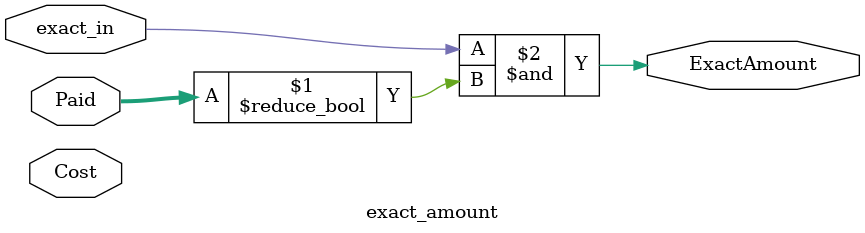
<source format=sv>
`default_nettype none

module exact_amount
  (input  logic       exact_in,
   input  logic [3:0] Paid,
   input  logic [3:0] Cost,
   output logic       ExactAmount);

  assign ExactAmount = exact_in & (Paid != 4'd0);

endmodule : exact_amount

</source>
